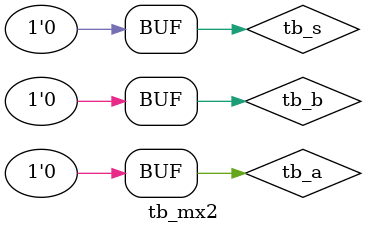
<source format=v>
`timescale 1ns/100ps

module tb_mx2;

	reg tb_a, tb_b, tb_s;
	wire tb_y;
	
	mx2 mx2_top(.y(tb_y), .d0(tb_a), .d1(tb_b), .s(tb_s));
	
	initial begin
	
	#0		tb_a = 0;	tb_b = 0;	tb_s = 0;
	#10	tb_a = 0;	tb_b = 1;	tb_s = 0;
	#10	tb_a = 1;	tb_b = 1;	tb_s = 0;
	#10	tb_a = 1;	tb_b = 0;	tb_s = 0;
	#10	tb_a = 0;	tb_b = 0;	tb_s = 1;
	#10	tb_a = 0;	tb_b = 1;	tb_s = 1;
	#10	tb_a = 1;	tb_b = 1;	tb_s = 1;
	#10	tb_a = 1;	tb_b = 0;	tb_s = 1;
	#10	tb_a = 0;	tb_b = 0;	tb_s = 0;

	end

endmodule

</source>
